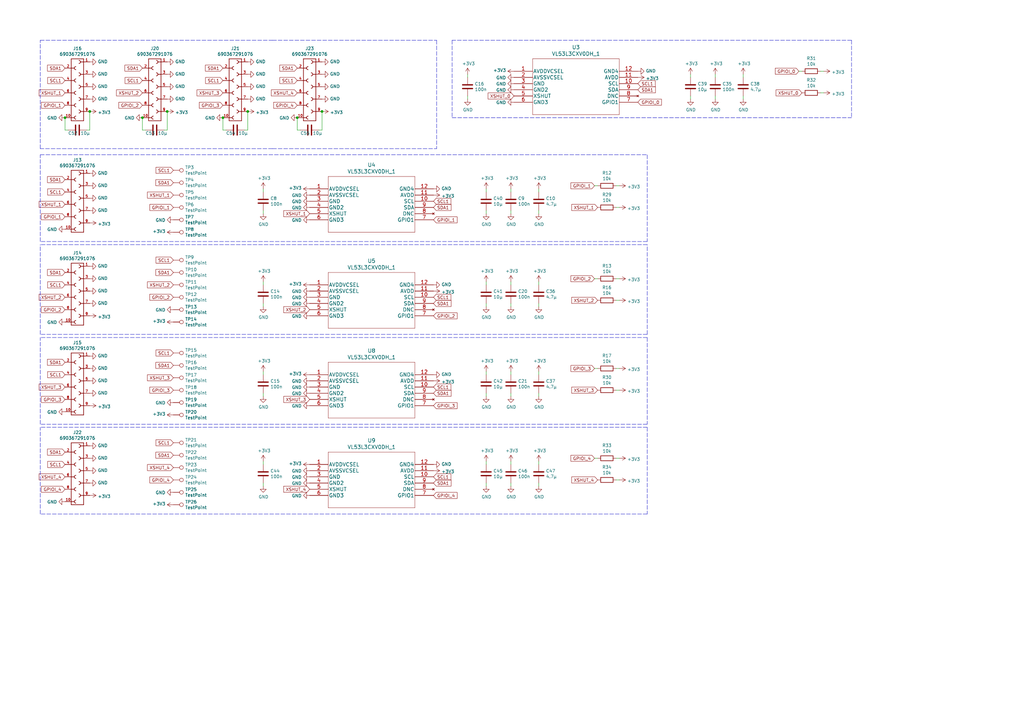
<source format=kicad_sch>
(kicad_sch (version 20211123) (generator eeschema)
  (paper "A3")
  (title_block (title "Sensors") (date "2022-03-04") (rev "V0.1") (company "AP Hogeschool & ED&A"))
  (junction (at 68.58 45.72))
  (junction (at 91.44 48.26))
  (junction (at 121.92 48.26))
  (junction (at 132.08 45.72))
  (junction (at 101.6 45.72))
  (junction (at 36.83 45.72))
  (junction (at 26.67 48.26))
  (junction (at 58.42 48.26))
  (polyline (pts (xy 16.51 63.5) (xy 265.43 63.5)))
  (wire (pts (xy 199.39 162.56) (xy 199.39 161.29)))
  (polyline (pts (xy 16.51 210.82) (xy 16.51 175.26)))
  (wire (pts (xy 107.95 199.39) (xy 107.95 198.12)))
  (wire (pts (xy 26.67 53.34) (xy 26.67 48.26)))
  (wire (pts (xy 220.98 198.12) (xy 220.98 199.39)))
  (wire (pts (xy 199.39 125.73) (xy 199.39 124.46)))
  (polyline (pts (xy 265.43 99.06) (xy 16.51 99.06)))
  (wire (pts (xy 337.82 38.1) (xy 336.55 38.1)))
  (wire (pts (xy 254 85.09) (xy 252.73 85.09)))
  (wire (pts (xy 101.6 53.34) (xy 101.6 45.72)))
  (polyline (pts (xy 349.25 16.51) (xy 185.42 16.51)))
  (polyline (pts (xy 16.51 16.51) (xy 111.76 16.51)))
  (wire (pts (xy 100.33 53.34) (xy 101.6 53.34)))
  (polyline (pts (xy 111.76 60.96) (xy 16.51 60.96)))
  (polyline (pts (xy 349.25 16.51) (xy 349.25 48.26)))
  (wire (pts (xy 220.98 152.4) (xy 220.98 153.67)))
  (wire (pts (xy 252.73 151.13) (xy 254 151.13)))
  (wire (pts (xy 58.42 53.34) (xy 58.42 48.26)))
  (wire (pts (xy 199.39 78.74) (xy 199.39 77.47)))
  (wire (pts (xy 68.58 53.34) (xy 68.58 45.72)))
  (wire (pts (xy 283.21 31.75) (xy 283.21 30.48)))
  (polyline (pts (xy 265.43 137.16) (xy 265.43 100.33)))
  (wire (pts (xy 92.71 53.34) (xy 91.44 53.34)))
  (wire (pts (xy 254 123.19) (xy 252.73 123.19)))
  (wire (pts (xy 59.69 53.34) (xy 58.42 53.34)))
  (wire (pts (xy 243.84 114.3) (xy 245.11 114.3)))
  (wire (pts (xy 252.73 76.2) (xy 254 76.2)))
  (wire (pts (xy 27.94 53.34) (xy 26.67 53.34)))
  (polyline (pts (xy 16.51 173.99) (xy 16.51 138.43)))
  (wire (pts (xy 254 196.85) (xy 252.73 196.85)))
  (wire (pts (xy 304.8 39.37) (xy 304.8 40.64)))
  (polyline (pts (xy 265.43 63.5) (xy 265.43 99.06)))
  (wire (pts (xy 293.37 40.64) (xy 293.37 39.37)))
  (polyline (pts (xy 265.43 173.99) (xy 16.51 173.99)))
  (wire (pts (xy 220.98 115.57) (xy 220.98 116.84)))
  (wire (pts (xy 107.95 190.5) (xy 107.95 189.23)))
  (wire (pts (xy 130.81 53.34) (xy 132.08 53.34)))
  (wire (pts (xy 220.98 189.23) (xy 220.98 190.5)))
  (wire (pts (xy 327.66 29.21) (xy 328.93 29.21)))
  (polyline (pts (xy 16.51 137.16) (xy 16.51 100.33)))
  (wire (pts (xy 199.39 116.84) (xy 199.39 115.57)))
  (wire (pts (xy 220.98 161.29) (xy 220.98 162.56)))
  (polyline (pts (xy 265.43 137.16) (xy 16.51 137.16)))
  (wire (pts (xy 107.95 162.56) (xy 107.95 161.29)))
  (wire (pts (xy 252.73 114.3) (xy 254 114.3)))
  (wire (pts (xy 107.95 125.73) (xy 107.95 124.46)))
  (wire (pts (xy 283.21 40.64) (xy 283.21 39.37)))
  (wire (pts (xy 35.56 53.34) (xy 36.83 53.34)))
  (wire (pts (xy 209.55 153.67) (xy 209.55 152.4)))
  (wire (pts (xy 220.98 124.46) (xy 220.98 125.73)))
  (wire (pts (xy 123.19 53.34) (xy 121.92 53.34)))
  (wire (pts (xy 243.84 76.2) (xy 245.11 76.2)))
  (wire (pts (xy 199.39 153.67) (xy 199.39 152.4)))
  (wire (pts (xy 209.55 87.63) (xy 209.55 86.36)))
  (polyline (pts (xy 111.76 16.51) (xy 179.07 16.51)))
  (wire (pts (xy 67.31 53.34) (xy 68.58 53.34)))
  (wire (pts (xy 191.77 40.64) (xy 191.77 39.37)))
  (wire (pts (xy 336.55 29.21) (xy 337.82 29.21)))
  (wire (pts (xy 209.55 162.56) (xy 209.55 161.29)))
  (wire (pts (xy 209.55 116.84) (xy 209.55 115.57)))
  (polyline (pts (xy 179.07 16.51) (xy 179.07 60.96)))
  (polyline (pts (xy 265.43 100.33) (xy 16.51 100.33)))
  (polyline (pts (xy 265.43 138.43) (xy 16.51 138.43)))
  (wire (pts (xy 220.98 86.36) (xy 220.98 87.63)))
  (polyline (pts (xy 16.51 99.06) (xy 16.51 63.5)))
  (wire (pts (xy 121.92 53.34) (xy 121.92 48.26)))
  (wire (pts (xy 243.84 151.13) (xy 245.11 151.13)))
  (wire (pts (xy 132.08 53.34) (xy 132.08 45.72)))
  (polyline (pts (xy 265.43 138.43) (xy 265.43 173.99)))
  (wire (pts (xy 209.55 190.5) (xy 209.55 189.23)))
  (wire (pts (xy 199.39 190.5) (xy 199.39 189.23)))
  (wire (pts (xy 107.95 87.63) (xy 107.95 86.36)))
  (wire (pts (xy 252.73 187.96) (xy 254 187.96)))
  (wire (pts (xy 36.83 53.34) (xy 36.83 45.72)))
  (wire (pts (xy 220.98 77.47) (xy 220.98 78.74)))
  (wire (pts (xy 107.95 116.84) (xy 107.95 115.57)))
  (wire (pts (xy 293.37 31.75) (xy 293.37 30.48)))
  (polyline (pts (xy 16.51 60.96) (xy 16.51 16.51)))
  (wire (pts (xy 209.55 199.39) (xy 209.55 198.12)))
  (wire (pts (xy 91.44 53.34) (xy 91.44 48.26)))
  (polyline (pts (xy 111.76 60.96) (xy 179.07 60.96)))
  (wire (pts (xy 243.84 187.96) (xy 245.11 187.96)))
  (polyline (pts (xy 185.42 48.26) (xy 349.25 48.26)))
  (wire (pts (xy 107.95 78.74) (xy 107.95 77.47)))
  (polyline (pts (xy 265.43 175.26) (xy 16.51 175.26)))
  (polyline (pts (xy 265.43 175.26) (xy 265.43 210.82)))
  (polyline (pts (xy 185.42 16.51) (xy 185.42 48.26)))
  (polyline (pts (xy 265.43 210.82) (xy 16.51 210.82)))
  (wire (pts (xy 107.95 153.67) (xy 107.95 152.4)))
  (wire (pts (xy 304.8 30.48) (xy 304.8 31.75)))
  (wire (pts (xy 199.39 199.39) (xy 199.39 198.12)))
  (wire (pts (xy 199.39 87.63) (xy 199.39 86.36)))
  (wire (pts (xy 254 160.02) (xy 252.73 160.02)))
  (wire (pts (xy 209.55 78.74) (xy 209.55 77.47)))
  (wire (pts (xy 191.77 31.75) (xy 191.77 30.48)))
  (wire (pts (xy 209.55 125.73) (xy 209.55 124.46)))
  (global_label "SCL1" (shape input) (at 177.8 158.75 0) (property "Intersheet References" "${INTERSHEET_REFS}" (effects hide)))
  (global_label "XSHUT_2" (shape input) (at 58.42 38.1 180) (property "Intersheet References" "${INTERSHEET_REFS}" (effects hide)))
  (global_label "GPIOI_2" (shape input) (at 177.8 129.54 0) (property "Intersheet References" "${INTERSHEET_REFS}" (effects hide)))
  (global_label "XSHUT_3" (shape input) (at 127 163.83 180) (property "Intersheet References" "${INTERSHEET_REFS}" (effects hide)))
  (global_label "SDA1" (shape input) (at 26.67 148.59 180) (property "Intersheet References" "${INTERSHEET_REFS}" (effects hide)))
  (global_label "SDA1" (shape input) (at 71.12 111.76 180) (property "Intersheet References" "${INTERSHEET_REFS}" (effects hide)))
  (global_label "SCL1" (shape input) (at 177.8 82.55 0) (property "Intersheet References" "${INTERSHEET_REFS}" (effects hide)))
  (global_label "SDA1" (shape input) (at 26.67 185.42 180) (property "Intersheet References" "${INTERSHEET_REFS}" (effects hide)))
  (global_label "XSHUT_1" (shape input) (at 26.67 38.1 180) (property "Intersheet References" "${INTERSHEET_REFS}" (effects hide)))
  (global_label "SDA1" (shape input) (at 26.67 73.66 180) (property "Intersheet References" "${INTERSHEET_REFS}" (effects hide)))
  (global_label "XSHUT_4" (shape input) (at 127 200.66 180) (property "Intersheet References" "${INTERSHEET_REFS}" (effects hide)))
  (global_label "SCL1" (shape input) (at 26.67 33.02 180) (property "Intersheet References" "${INTERSHEET_REFS}" (effects hide)))
  (global_label "SCL1" (shape input) (at 58.42 33.02 180) (property "Intersheet References" "${INTERSHEET_REFS}" (effects hide)))
  (global_label "SCL1" (shape input) (at 71.12 181.61 180) (property "Intersheet References" "${INTERSHEET_REFS}" (effects hide)))
  (global_label "GPIOI_2" (shape input) (at 243.84 114.3 180) (property "Intersheet References" "${INTERSHEET_REFS}" (effects hide)))
  (global_label "SDA1" (shape input) (at 91.44 27.94 180) (property "Intersheet References" "${INTERSHEET_REFS}" (effects hide)))
  (global_label "GPIOI_4" (shape input) (at 71.12 196.85 180) (property "Intersheet References" "${INTERSHEET_REFS}" (effects hide)))
  (global_label "SCL1" (shape input) (at 261.62 34.29 0) (property "Intersheet References" "${INTERSHEET_REFS}" (effects hide)))
  (global_label "XSHUT_4" (shape input) (at 121.92 38.1 180) (property "Intersheet References" "${INTERSHEET_REFS}" (effects hide)))
  (global_label "SCL1" (shape input) (at 177.8 121.92 0) (property "Intersheet References" "${INTERSHEET_REFS}" (effects hide)))
  (global_label "GPIOI_4" (shape input) (at 177.8 203.2 0) (property "Intersheet References" "${INTERSHEET_REFS}" (effects hide)))
  (global_label "XSHUT_2" (shape input) (at 245.11 123.19 180) (property "Intersheet References" "${INTERSHEET_REFS}" (effects hide)))
  (global_label "SCL1" (shape input) (at 71.12 69.85 180) (property "Intersheet References" "${INTERSHEET_REFS}" (effects hide)))
  (global_label "SCL1" (shape input) (at 121.92 33.02 180) (property "Intersheet References" "${INTERSHEET_REFS}" (effects hide)))
  (global_label "GPIOI_3" (shape input) (at 71.12 160.02 180) (property "Intersheet References" "${INTERSHEET_REFS}" (effects hide)))
  (global_label "SDA1" (shape input) (at 177.8 198.12 0) (property "Intersheet References" "${INTERSHEET_REFS}" (effects hide)))
  (global_label "SCL1" (shape input) (at 71.12 144.78 180) (property "Intersheet References" "${INTERSHEET_REFS}" (effects hide)))
  (global_label "XSHUT_2" (shape input) (at 71.12 116.84 180) (property "Intersheet References" "${INTERSHEET_REFS}" (effects hide)))
  (global_label "XSHUT_3" (shape input) (at 245.11 160.02 180) (property "Intersheet References" "${INTERSHEET_REFS}" (effects hide)))
  (global_label "XSHUT_2" (shape input) (at 127 127 180) (property "Intersheet References" "${INTERSHEET_REFS}" (effects hide)))
  (global_label "GPIOI_3" (shape input) (at 177.8 166.37 0) (property "Intersheet References" "${INTERSHEET_REFS}" (effects hide)))
  (global_label "XSHUT_1" (shape input) (at 26.67 83.82 180) (property "Intersheet References" "${INTERSHEET_REFS}" (effects hide)))
  (global_label "GPIOI_4" (shape input) (at 26.67 200.66 180) (property "Intersheet References" "${INTERSHEET_REFS}" (effects hide)))
  (global_label "GPIOI_3" (shape input) (at 26.67 163.83 180) (property "Intersheet References" "${INTERSHEET_REFS}" (effects hide)))
  (global_label "XSHUT_4" (shape input) (at 26.67 195.58 180) (property "Intersheet References" "${INTERSHEET_REFS}" (effects hide)))
  (global_label "SDA1" (shape input) (at 71.12 74.93 180) (property "Intersheet References" "${INTERSHEET_REFS}" (effects hide)))
  (global_label "GPIOI_0" (shape input) (at 327.66 29.21 180) (property "Intersheet References" "${INTERSHEET_REFS}" (effects hide)))
  (global_label "GPIOI_1" (shape input) (at 26.67 43.18 180) (property "Intersheet References" "${INTERSHEET_REFS}" (effects hide)))
  (global_label "SDA1" (shape input) (at 71.12 186.69 180) (property "Intersheet References" "${INTERSHEET_REFS}" (effects hide)))
  (global_label "GPIOI_0" (shape input) (at 261.62 41.91 0) (property "Intersheet References" "${INTERSHEET_REFS}" (effects hide)))
  (global_label "SDA1" (shape input) (at 121.92 27.94 180) (property "Intersheet References" "${INTERSHEET_REFS}" (effects hide)))
  (global_label "SDA1" (shape input) (at 71.12 149.86 180) (property "Intersheet References" "${INTERSHEET_REFS}" (effects hide)))
  (global_label "XSHUT_4" (shape input) (at 71.12 191.77 180) (property "Intersheet References" "${INTERSHEET_REFS}" (effects hide)))
  (global_label "GPIOI_2" (shape input) (at 58.42 43.18 180) (property "Intersheet References" "${INTERSHEET_REFS}" (effects hide)))
  (global_label "XSHUT_2" (shape input) (at 26.67 121.92 180) (property "Intersheet References" "${INTERSHEET_REFS}" (effects hide)))
  (global_label "GPIOI_4" (shape input) (at 121.92 43.18 180) (property "Intersheet References" "${INTERSHEET_REFS}" (effects hide)))
  (global_label "XSHUT_3" (shape input) (at 91.44 38.1 180) (property "Intersheet References" "${INTERSHEET_REFS}" (effects hide)))
  (global_label "GPIOI_4" (shape input) (at 243.84 187.96 180) (property "Intersheet References" "${INTERSHEET_REFS}" (effects hide)))
  (global_label "XSHUT_3" (shape input) (at 26.67 158.75 180) (property "Intersheet References" "${INTERSHEET_REFS}" (effects hide)))
  (global_label "GPIOI_1" (shape input) (at 177.8 90.17 0) (property "Intersheet References" "${INTERSHEET_REFS}" (effects hide)))
  (global_label "SDA1" (shape input) (at 58.42 27.94 180) (property "Intersheet References" "${INTERSHEET_REFS}" (effects hide)))
  (global_label "XSHUT_4" (shape input) (at 245.11 196.85 180) (property "Intersheet References" "${INTERSHEET_REFS}" (effects hide)))
  (global_label "GPIOI_1" (shape input) (at 71.12 85.09 180) (property "Intersheet References" "${INTERSHEET_REFS}" (effects hide)))
  (global_label "GPIOI_2" (shape input) (at 71.12 121.92 180) (property "Intersheet References" "${INTERSHEET_REFS}" (effects hide)))
  (global_label "GPIOI_3" (shape input) (at 243.84 151.13 180) (property "Intersheet References" "${INTERSHEET_REFS}" (effects hide)))
  (global_label "GPIOI_2" (shape input) (at 26.67 127 180) (property "Intersheet References" "${INTERSHEET_REFS}" (effects hide)))
  (global_label "SDA1" (shape input) (at 177.8 85.09 0) (property "Intersheet References" "${INTERSHEET_REFS}" (effects hide)))
  (global_label "SCL1" (shape input) (at 177.8 195.58 0) (property "Intersheet References" "${INTERSHEET_REFS}" (effects hide)))
  (global_label "GPIOI_1" (shape input) (at 243.84 76.2 180) (property "Intersheet References" "${INTERSHEET_REFS}" (effects hide)))
  (global_label "SCL1" (shape input) (at 26.67 190.5 180) (property "Intersheet References" "${INTERSHEET_REFS}" (effects hide)))
  (global_label "SDA1" (shape input) (at 26.67 111.76 180) (property "Intersheet References" "${INTERSHEET_REFS}" (effects hide)))
  (global_label "GPIOI_1" (shape input) (at 26.67 88.9 180) (property "Intersheet References" "${INTERSHEET_REFS}" (effects hide)))
  (global_label "XSHUT_3" (shape input) (at 71.12 154.94 180) (property "Intersheet References" "${INTERSHEET_REFS}" (effects hide)))
  (global_label "SCL1" (shape input) (at 71.12 106.68 180) (property "Intersheet References" "${INTERSHEET_REFS}" (effects hide)))
  (global_label "SDA1" (shape input) (at 261.62 36.83 0) (property "Intersheet References" "${INTERSHEET_REFS}" (effects hide)))
  (global_label "SDA1" (shape input) (at 177.8 161.29 0) (property "Intersheet References" "${INTERSHEET_REFS}" (effects hide)))
  (global_label "SCL1" (shape input) (at 26.67 153.67 180) (property "Intersheet References" "${INTERSHEET_REFS}" (effects hide)))
  (global_label "XSHUT_0" (shape input) (at 328.93 38.1 180) (property "Intersheet References" "${INTERSHEET_REFS}" (effects hide)))
  (global_label "XSHUT_0" (shape input) (at 210.82 39.37 180) (property "Intersheet References" "${INTERSHEET_REFS}" (effects hide)))
  (global_label "GPIOI_3" (shape input) (at 91.44 43.18 180) (property "Intersheet References" "${INTERSHEET_REFS}" (effects hide)))
  (global_label "XSHUT_1" (shape input) (at 71.12 80.01 180) (property "Intersheet References" "${INTERSHEET_REFS}" (effects hide)))
  (global_label "SDA1" (shape input) (at 26.67 27.94 180) (property "Intersheet References" "${INTERSHEET_REFS}" (effects hide)))
  (global_label "SCL1" (shape input) (at 26.67 78.74 180) (property "Intersheet References" "${INTERSHEET_REFS}" (effects hide)))
  (global_label "XSHUT_1" (shape input) (at 245.11 85.09 180) (property "Intersheet References" "${INTERSHEET_REFS}" (effects hide)))
  (global_label "XSHUT_1" (shape input) (at 127 87.63 180) (property "Intersheet References" "${INTERSHEET_REFS}" (effects hide)))
  (global_label "SCL1" (shape input) (at 91.44 33.02 180) (property "Intersheet References" "${INTERSHEET_REFS}" (effects hide)))
  (global_label "SDA1" (shape input) (at 177.8 124.46 0) (property "Intersheet References" "${INTERSHEET_REFS}" (effects hide)))
  (global_label "SCL1" (shape input) (at 26.67 116.84 180) (property "Intersheet References" "${INTERSHEET_REFS}" (effects hide)))
  (symbol (lib_id "power:GND") (at 36.83 71.12 90) (unit 1)
    (property "Reference" "#PWR0147" (effects hide))
    (property "Value" "GND" (at 40.0812 70.993 90) (effects (justify right)))
  )
  (symbol (lib_id "power:GND") (at 36.83 76.2 90) (unit 1)
    (property "Reference" "#PWR0148" (effects hide))
    (property "Value" "GND" (at 40.0812 76.073 90) (effects (justify right)))
  )
  (symbol (lib_id "power:GND") (at 36.83 81.28 90) (unit 1)
    (property "Reference" "#PWR0149" (effects hide))
    (property "Value" "GND" (at 40.0812 81.153 90) (effects (justify right)))
  )
  (symbol (lib_id "power:GND") (at 26.67 93.98 270) (unit 1)
    (property "Reference" "#PWR0150" (effects hide))
    (property "Value" "GND" (at 23.4188 94.107 90) (effects (justify right)))
  )
  (symbol (lib_id "power:GND") (at 36.83 86.36 90) (unit 1)
    (property "Reference" "#PWR0151" (effects hide))
    (property "Value" "GND" (at 40.0812 86.233 90) (effects (justify right)))
  )
  (symbol (lib_id "power:+3.3V") (at 36.83 91.44 270) (unit 1)
    (property "Reference" "#PWR0153" (effects hide))
    (property "Value" "+3.3V" (at 40.0812 91.821 90) (effects (justify left)))
  )
  (symbol (lib_id "power:+3.3V") (at 254 85.09 270) (unit 1)
    (property "Reference" "#PWR0154" (effects hide))
    (property "Value" "+3.3V" (at 257.2512 85.471 90) (effects (justify left)))
  )
  (symbol (lib_id "power:+3.3V") (at 177.8 80.01 270) (unit 1)
    (property "Reference" "#PWR0155" (effects hide))
    (property "Value" "+3.3V" (at 181.0512 80.391 90) (effects (justify left)))
  )
  (symbol (lib_id "power:+3.3V") (at 127 77.47 90) (unit 1)
    (property "Reference" "#PWR0156" (effects hide))
    (property "Value" "+3.3V" (at 123.7488 77.089 90) (effects (justify left)))
  )
  (symbol (lib_id "power:+3.3V") (at 107.95 77.47 0) (unit 1)
    (property "Reference" "#PWR0157" (effects hide))
    (property "Value" "+3.3V" (at 108.331 73.0758 0))
  )
  (symbol (lib_id "power:+3.3V") (at 209.55 77.47 0) (unit 1)
    (property "Reference" "#PWR0158" (effects hide))
    (property "Value" "+3.3V" (at 209.931 73.0758 0))
  )
  (symbol (lib_id "power:+3.3V") (at 220.98 77.47 0) (unit 1)
    (property "Reference" "#PWR0159" (effects hide))
    (property "Value" "+3.3V" (at 221.361 73.0758 0))
  )
  (symbol (lib_id "power:GND") (at 127 82.55 270) (unit 1)
    (property "Reference" "#PWR025" (effects hide))
    (property "Value" "GND" (at 123.7488 82.677 90) (effects (justify right)))
  )
  (symbol (lib_id "power:GND") (at 127 85.09 270) (unit 1)
    (property "Reference" "#PWR026" (effects hide))
    (property "Value" "GND" (at 123.7488 85.217 90) (effects (justify right)))
  )
  (symbol (lib_id "power:GND") (at 127 90.17 270) (unit 1)
    (property "Reference" "#PWR027" (effects hide))
    (property "Value" "GND" (at 123.7488 90.297 90) (effects (justify right)))
  )
  (symbol (lib_id "power:GND") (at 127 80.01 270) (unit 1)
    (property "Reference" "#PWR024" (effects hide))
    (property "Value" "GND" (at 123.7488 80.137 90) (effects (justify right)))
  )
  (symbol (lib_id "Device:C") (at 209.55 82.55 0) (unit 1)
    (property "Reference" "C9" (at 212.471 81.3816 0) (effects (justify left)))
    (property "Value" "100n" (at 212.471 83.693 0) (effects (justify left)))
    (property "Footprint" "Capacitor_SMD:C_0603_1608Metric_Pad1.08x0.95mm_HandSolder" (effects hide))
  )
  (symbol (lib_id "Device:C") (at 220.98 82.55 0) (unit 1)
    (property "Reference" "C10" (at 223.901 81.3816 0) (effects (justify left)))
    (property "Value" "4.7µ" (at 223.901 83.693 0) (effects (justify left)))
    (property "Footprint" "Capacitor_SMD:C_0805_2012Metric_Pad1.18x1.45mm_HandSolder" (effects hide))
  )
  (symbol (lib_id "power:GND") (at 209.55 87.63 0) (unit 1)
    (property "Reference" "#PWR031" (effects hide))
    (property "Value" "GND" (at 209.677 92.0242 0))
  )
  (symbol (lib_id "power:GND") (at 220.98 87.63 0) (unit 1)
    (property "Reference" "#PWR033" (effects hide))
    (property "Value" "GND" (at 221.107 92.0242 0))
  )
  (symbol (lib_id "Device:R") (at 248.92 76.2 270) (unit 1)
    (property "Reference" "R12" (at 248.92 70.9422 90))
    (property "Value" "10k" (at 248.92 73.2536 90))
    (property "Footprint" "Resistor_SMD:R_0805_2012Metric_Pad1.20x1.40mm_HandSolder" (effects hide))
  )
  (symbol (lib_id "power:+3.3V") (at 254 76.2 270) (unit 1)
    (property "Reference" "#PWR034" (effects hide))
    (property "Value" "+3.3V" (at 257.2512 76.581 90) (effects (justify left)))
  )
  (symbol (lib_id "Device:C") (at 107.95 82.55 0) (unit 1)
    (property "Reference" "C8" (at 110.871 81.3816 0) (effects (justify left)))
    (property "Value" "100n" (at 110.871 83.693 0) (effects (justify left)))
    (property "Footprint" "Capacitor_SMD:C_0603_1608Metric_Pad1.08x0.95mm_HandSolder" (effects hide))
  )
  (symbol (lib_id "power:GND") (at 107.95 87.63 0) (unit 1)
    (property "Reference" "#PWR022" (effects hide))
    (property "Value" "GND" (at 108.077 92.0242 0))
  )
  (symbol (lib_id "power:GND") (at 127 121.92 270) (unit 1)
    (property "Reference" "#PWR0160" (effects hide))
    (property "Value" "GND" (at 123.7488 122.047 90) (effects (justify right)))
  )
  (symbol (lib_id "power:GND") (at 127 124.46 270) (unit 1)
    (property "Reference" "#PWR0161" (effects hide))
    (property "Value" "GND" (at 123.7488 124.587 90) (effects (justify right)))
  )
  (symbol (lib_id "power:GND") (at 127 129.54 270) (unit 1)
    (property "Reference" "#PWR0162" (effects hide))
    (property "Value" "GND" (at 123.7488 129.667 90) (effects (justify right)))
  )
  (symbol (lib_id "power:GND") (at 127 119.38 270) (unit 1)
    (property "Reference" "#PWR0163" (effects hide))
    (property "Value" "GND" (at 123.7488 119.507 90) (effects (justify right)))
  )
  (symbol (lib_id "Device:C") (at 209.55 120.65 0) (unit 1)
    (property "Reference" "C20" (at 212.471 119.4816 0) (effects (justify left)))
    (property "Value" "100n" (at 212.471 121.793 0) (effects (justify left)))
    (property "Footprint" "Capacitor_SMD:C_0603_1608Metric_Pad1.08x0.95mm_HandSolder" (effects hide))
  )
  (symbol (lib_id "Device:C") (at 220.98 120.65 0) (unit 1)
    (property "Reference" "C36" (at 223.901 119.4816 0) (effects (justify left)))
    (property "Value" "4.7µ" (at 223.901 121.793 0) (effects (justify left)))
    (property "Footprint" "Capacitor_SMD:C_0805_2012Metric_Pad1.18x1.45mm_HandSolder" (effects hide))
  )
  (symbol (lib_id "power:GND") (at 209.55 125.73 0) (unit 1)
    (property "Reference" "#PWR0164" (effects hide))
    (property "Value" "GND" (at 209.677 130.1242 0))
  )
  (symbol (lib_id "power:GND") (at 220.98 125.73 0) (unit 1)
    (property "Reference" "#PWR0165" (effects hide))
    (property "Value" "GND" (at 221.107 130.1242 0))
  )
  (symbol (lib_id "Device:R") (at 248.92 114.3 270) (unit 1)
    (property "Reference" "R13" (at 248.92 109.0422 90))
    (property "Value" "10k" (at 248.92 111.3536 90))
    (property "Footprint" "Resistor_SMD:R_0805_2012Metric_Pad1.20x1.40mm_HandSolder" (effects hide))
  )
  (symbol (lib_id "power:+3.3V") (at 254 114.3 270) (unit 1)
    (property "Reference" "#PWR0166" (effects hide))
    (property "Value" "+3.3V" (at 257.2512 114.681 90) (effects (justify left)))
  )
  (symbol (lib_id "Device:C") (at 107.95 120.65 0) (unit 1)
    (property "Reference" "C14" (at 110.871 119.4816 0) (effects (justify left)))
    (property "Value" "100n" (at 110.871 121.793 0) (effects (justify left)))
    (property "Footprint" "Capacitor_SMD:C_0603_1608Metric_Pad1.08x0.95mm_HandSolder" (effects hide))
  )
  (symbol (lib_id "power:GND") (at 107.95 125.73 0) (unit 1)
    (property "Reference" "#PWR0167" (effects hide))
    (property "Value" "GND" (at 108.077 130.1242 0))
  )
  (symbol (lib_id "Device:R") (at 248.92 123.19 270) (unit 1)
    (property "Reference" "R16" (at 248.92 117.9322 90))
    (property "Value" "10k" (at 248.92 120.2436 90))
    (property "Footprint" "Resistor_SMD:R_0805_2012Metric_Pad1.20x1.40mm_HandSolder" (effects hide))
  )
  (symbol (lib_id "power:GND") (at 177.8 116.84 90) (unit 1)
    (property "Reference" "#PWR0168" (effects hide))
    (property "Value" "GND" (at 181.0512 116.713 90) (effects (justify right)))
  )
  (symbol (lib_id "power:GND") (at 36.83 109.22 90) (unit 1)
    (property "Reference" "#PWR0169" (effects hide))
    (property "Value" "GND" (at 40.0812 109.093 90) (effects (justify right)))
  )
  (symbol (lib_id "power:GND") (at 36.83 114.3 90) (unit 1)
    (property "Reference" "#PWR0170" (effects hide))
    (property "Value" "GND" (at 40.0812 114.173 90) (effects (justify right)))
  )
  (symbol (lib_id "power:GND") (at 36.83 119.38 90) (unit 1)
    (property "Reference" "#PWR0171" (effects hide))
    (property "Value" "GND" (at 40.0812 119.253 90) (effects (justify right)))
  )
  (symbol (lib_id "power:GND") (at 26.67 132.08 270) (unit 1)
    (property "Reference" "#PWR0172" (effects hide))
    (property "Value" "GND" (at 23.4188 132.207 90) (effects (justify right)))
  )
  (symbol (lib_id "power:GND") (at 36.83 124.46 90) (unit 1)
    (property "Reference" "#PWR0173" (effects hide))
    (property "Value" "GND" (at 40.0812 124.333 90) (effects (justify right)))
  )
  (symbol (lib_id "power:+3.3V") (at 36.83 129.54 270) (unit 1)
    (property "Reference" "#PWR0174" (effects hide))
    (property "Value" "+3.3V" (at 40.0812 129.921 90) (effects (justify left)))
  )
  (symbol (lib_id "power:+3.3V") (at 254 123.19 270) (unit 1)
    (property "Reference" "#PWR0175" (effects hide))
    (property "Value" "+3.3V" (at 257.2512 123.571 90) (effects (justify left)))
  )
  (symbol (lib_id "power:+3.3V") (at 177.8 119.38 270) (unit 1)
    (property "Reference" "#PWR0176" (effects hide))
    (property "Value" "+3.3V" (at 181.0512 119.761 90) (effects (justify left)))
  )
  (symbol (lib_id "power:+3.3V") (at 127 116.84 90) (unit 1)
    (property "Reference" "#PWR0177" (effects hide))
    (property "Value" "+3.3V" (at 123.7488 116.459 90) (effects (justify left)))
  )
  (symbol (lib_id "power:+3.3V") (at 107.95 115.57 0) (unit 1)
    (property "Reference" "#PWR0178" (effects hide))
    (property "Value" "+3.3V" (at 108.331 111.1758 0))
  )
  (symbol (lib_id "power:+3.3V") (at 209.55 115.57 0) (unit 1)
    (property "Reference" "#PWR0179" (effects hide))
    (property "Value" "+3.3V" (at 209.931 111.1758 0))
  )
  (symbol (lib_id "power:+3.3V") (at 220.98 115.57 0) (unit 1)
    (property "Reference" "#PWR0180" (effects hide))
    (property "Value" "+3.3V" (at 221.361 111.1758 0))
  )
  (symbol (lib_id "power:GND") (at 127 158.75 270) (unit 1)
    (property "Reference" "#PWR0181" (effects hide))
    (property "Value" "GND" (at 123.7488 158.877 90) (effects (justify right)))
  )
  (symbol (lib_id "power:GND") (at 127 161.29 270) (unit 1)
    (property "Reference" "#PWR0182" (effects hide))
    (property "Value" "GND" (at 123.7488 161.417 90) (effects (justify right)))
  )
  (symbol (lib_id "power:GND") (at 127 166.37 270) (unit 1)
    (property "Reference" "#PWR0183" (effects hide))
    (property "Value" "GND" (at 123.7488 166.497 90) (effects (justify right)))
  )
  (symbol (lib_id "power:GND") (at 127 156.21 270) (unit 1)
    (property "Reference" "#PWR0184" (effects hide))
    (property "Value" "GND" (at 123.7488 156.337 90) (effects (justify right)))
  )
  (symbol (lib_id "Device:C") (at 209.55 157.48 0) (unit 1)
    (property "Reference" "C21" (at 212.471 156.3116 0) (effects (justify left)))
    (property "Value" "100n" (at 212.471 158.623 0) (effects (justify left)))
    (property "Footprint" "Capacitor_SMD:C_0603_1608Metric_Pad1.08x0.95mm_HandSolder" (effects hide))
  )
  (symbol (lib_id "Device:C") (at 220.98 157.48 0) (unit 1)
    (property "Reference" "C37" (at 223.901 156.3116 0) (effects (justify left)))
    (property "Value" "4.7µ" (at 223.901 158.623 0) (effects (justify left)))
    (property "Footprint" "Capacitor_SMD:C_0805_2012Metric_Pad1.18x1.45mm_HandSolder" (effects hide))
  )
  (symbol (lib_id "power:GND") (at 209.55 162.56 0) (unit 1)
    (property "Reference" "#PWR0185" (effects hide))
    (property "Value" "GND" (at 209.677 166.9542 0))
  )
  (symbol (lib_id "power:GND") (at 220.98 162.56 0) (unit 1)
    (property "Reference" "#PWR0186" (effects hide))
    (property "Value" "GND" (at 221.107 166.9542 0))
  )
  (symbol (lib_id "Device:R") (at 248.92 151.13 270) (unit 1)
    (property "Reference" "R17" (at 248.92 145.8722 90))
    (property "Value" "10k" (at 248.92 148.1836 90))
    (property "Footprint" "Resistor_SMD:R_0805_2012Metric_Pad1.20x1.40mm_HandSolder" (effects hide))
  )
  (symbol (lib_id "power:+3.3V") (at 254 151.13 270) (unit 1)
    (property "Reference" "#PWR0187" (effects hide))
    (property "Value" "+3.3V" (at 257.2512 151.511 90) (effects (justify left)))
  )
  (symbol (lib_id "Device:C") (at 107.95 157.48 0) (unit 1)
    (property "Reference" "C15" (at 110.871 156.3116 0) (effects (justify left)))
    (property "Value" "100n" (at 110.871 158.623 0) (effects (justify left)))
    (property "Footprint" "Capacitor_SMD:C_0603_1608Metric_Pad1.08x0.95mm_HandSolder" (effects hide))
  )
  (symbol (lib_id "power:GND") (at 107.95 162.56 0) (unit 1)
    (property "Reference" "#PWR0188" (effects hide))
    (property "Value" "GND" (at 108.077 166.9542 0))
  )
  (symbol (lib_id "Device:R") (at 248.92 160.02 270) (unit 1)
    (property "Reference" "R30" (at 248.92 154.7622 90))
    (property "Value" "10k" (at 248.92 157.0736 90))
    (property "Footprint" "Resistor_SMD:R_0805_2012Metric_Pad1.20x1.40mm_HandSolder" (effects hide))
  )
  (symbol (lib_id "power:GND") (at 177.8 153.67 90) (unit 1)
    (property "Reference" "#PWR0189" (effects hide))
    (property "Value" "GND" (at 181.0512 153.543 90) (effects (justify right)))
  )
  (symbol (lib_id "power:GND") (at 36.83 146.05 90) (unit 1)
    (property "Reference" "#PWR0190" (effects hide))
    (property "Value" "GND" (at 40.0812 145.923 90) (effects (justify right)))
  )
  (symbol (lib_id "power:GND") (at 36.83 151.13 90) (unit 1)
    (property "Reference" "#PWR0191" (effects hide))
    (property "Value" "GND" (at 40.0812 151.003 90) (effects (justify right)))
  )
  (symbol (lib_id "power:GND") (at 36.83 156.21 90) (unit 1)
    (property "Reference" "#PWR0192" (effects hide))
    (property "Value" "GND" (at 40.0812 156.083 90) (effects (justify right)))
  )
  (symbol (lib_id "power:GND") (at 26.67 168.91 270) (unit 1)
    (property "Reference" "#PWR0193" (effects hide))
    (property "Value" "GND" (at 23.4188 169.037 90) (effects (justify right)))
  )
  (symbol (lib_id "power:GND") (at 36.83 161.29 90) (unit 1)
    (property "Reference" "#PWR0194" (effects hide))
    (property "Value" "GND" (at 40.0812 161.163 90) (effects (justify right)))
  )
  (symbol (lib_id "power:+3.3V") (at 36.83 166.37 270) (unit 1)
    (property "Reference" "#PWR0195" (effects hide))
    (property "Value" "+3.3V" (at 40.0812 166.751 90) (effects (justify left)))
  )
  (symbol (lib_id "power:+3.3V") (at 254 160.02 270) (unit 1)
    (property "Reference" "#PWR0200" (effects hide))
    (property "Value" "+3.3V" (at 257.2512 160.401 90) (effects (justify left)))
  )
  (symbol (lib_id "power:+3.3V") (at 177.8 156.21 270) (unit 1)
    (property "Reference" "#PWR0201" (effects hide))
    (property "Value" "+3.3V" (at 181.0512 156.591 90) (effects (justify left)))
  )
  (symbol (lib_id "power:+3.3V") (at 127 153.67 90) (unit 1)
    (property "Reference" "#PWR0202" (effects hide))
    (property "Value" "+3.3V" (at 123.7488 153.289 90) (effects (justify left)))
  )
  (symbol (lib_id "power:+3.3V") (at 107.95 152.4 0) (unit 1)
    (property "Reference" "#PWR0203" (effects hide))
    (property "Value" "+3.3V" (at 108.331 148.0058 0))
  )
  (symbol (lib_id "power:+3.3V") (at 209.55 152.4 0) (unit 1)
    (property "Reference" "#PWR0204" (effects hide))
    (property "Value" "+3.3V" (at 209.931 148.0058 0))
  )
  (symbol (lib_id "power:+3.3V") (at 220.98 152.4 0) (unit 1)
    (property "Reference" "#PWR0205" (effects hide))
    (property "Value" "+3.3V" (at 221.361 148.0058 0))
  )
  (symbol (lib_id "power:GND") (at 210.82 34.29 270) (unit 1)
    (property "Reference" "#PWR0206" (effects hide))
    (property "Value" "GND" (at 207.5688 34.417 90) (effects (justify right)))
  )
  (symbol (lib_id "power:GND") (at 210.82 36.83 270) (unit 1)
    (property "Reference" "#PWR0207" (effects hide))
    (property "Value" "GND" (at 207.5688 36.957 90) (effects (justify right)))
  )
  (symbol (lib_id "power:GND") (at 210.82 41.91 270) (unit 1)
    (property "Reference" "#PWR0208" (effects hide))
    (property "Value" "GND" (at 207.5688 42.037 90) (effects (justify right)))
  )
  (symbol (lib_id "power:GND") (at 210.82 31.75 270) (unit 1)
    (property "Reference" "#PWR0209" (effects hide))
    (property "Value" "GND" (at 207.5688 31.877 90) (effects (justify right)))
  )
  (symbol (lib_id "Device:C") (at 293.37 35.56 0) (unit 1)
    (property "Reference" "C35" (at 296.291 34.3916 0) (effects (justify left)))
    (property "Value" "100n" (at 296.291 36.703 0) (effects (justify left)))
    (property "Footprint" "Capacitor_SMD:C_0603_1608Metric_Pad1.08x0.95mm_HandSolder" (effects hide))
  )
  (symbol (lib_id "Device:C") (at 304.8 35.56 0) (unit 1)
    (property "Reference" "C38" (at 307.721 34.3916 0) (effects (justify left)))
    (property "Value" "4.7µ" (at 307.721 36.703 0) (effects (justify left)))
    (property "Footprint" "Capacitor_SMD:C_0805_2012Metric_Pad1.18x1.45mm_HandSolder" (effects hide))
  )
  (symbol (lib_id "power:GND") (at 293.37 40.64 0) (unit 1)
    (property "Reference" "#PWR0210" (effects hide))
    (property "Value" "GND" (at 293.497 45.0342 0))
  )
  (symbol (lib_id "power:GND") (at 304.8 40.64 0) (unit 1)
    (property "Reference" "#PWR0211" (effects hide))
    (property "Value" "GND" (at 304.927 45.0342 0))
  )
  (symbol (lib_id "Device:R") (at 332.74 29.21 270) (unit 1)
    (property "Reference" "R31" (at 332.74 23.9522 90))
    (property "Value" "10k" (at 332.74 26.2636 90))
    (property "Footprint" "Resistor_SMD:R_0805_2012Metric_Pad1.20x1.40mm_HandSolder" (effects hide))
  )
  (symbol (lib_id "power:+3.3V") (at 337.82 29.21 270) (unit 1)
    (property "Reference" "#PWR0212" (effects hide))
    (property "Value" "+3.3V" (at 341.0712 29.591 90) (effects (justify left)))
  )
  (symbol (lib_id "Device:C") (at 191.77 35.56 0) (unit 1)
    (property "Reference" "C16" (at 194.691 34.3916 0) (effects (justify left)))
    (property "Value" "100n" (at 194.691 36.703 0) (effects (justify left)))
    (property "Footprint" "Capacitor_SMD:C_0603_1608Metric_Pad1.08x0.95mm_HandSolder" (effects hide))
  )
  (symbol (lib_id "power:GND") (at 191.77 40.64 0) (unit 1)
    (property "Reference" "#PWR0213" (effects hide))
    (property "Value" "GND" (at 191.897 45.0342 0))
  )
  (symbol (lib_id "Device:R") (at 332.74 38.1 270) (unit 1)
    (property "Reference" "R32" (at 332.74 32.8422 90))
    (property "Value" "10k" (at 332.74 35.1536 90))
    (property "Footprint" "Resistor_SMD:R_0805_2012Metric_Pad1.20x1.40mm_HandSolder" (effects hide))
  )
  (symbol (lib_id "power:GND") (at 261.62 29.21 90) (unit 1)
    (property "Reference" "#PWR0214" (effects hide))
    (property "Value" "GND" (at 264.8712 29.083 90) (effects (justify right)))
  )
  (symbol (lib_id "power:+3.3V") (at 337.82 38.1 270) (unit 1)
    (property "Reference" "#PWR0215" (effects hide))
    (property "Value" "+3.3V" (at 341.0712 38.481 90) (effects (justify left)))
  )
  (symbol (lib_id "power:+3.3V") (at 261.62 31.75 270) (unit 1)
    (property "Reference" "#PWR0216" (effects hide))
    (property "Value" "+3.3V" (at 264.8712 32.131 90) (effects (justify left)))
  )
  (symbol (lib_id "power:+3.3V") (at 210.82 29.21 90) (unit 1)
    (property "Reference" "#PWR0217" (effects hide))
    (property "Value" "+3.3V" (at 207.5688 28.829 90) (effects (justify left)))
  )
  (symbol (lib_id "power:+3.3V") (at 191.77 30.48 0) (unit 1)
    (property "Reference" "#PWR0218" (effects hide))
    (property "Value" "+3.3V" (at 192.151 26.0858 0))
  )
  (symbol (lib_id "power:+3.3V") (at 293.37 30.48 0) (unit 1)
    (property "Reference" "#PWR0219" (effects hide))
    (property "Value" "+3.3V" (at 293.751 26.0858 0))
  )
  (symbol (lib_id "power:+3.3V") (at 304.8 30.48 0) (unit 1)
    (property "Reference" "#PWR0220" (effects hide))
    (property "Value" "+3.3V" (at 305.181 26.0858 0))
  )
  (symbol (lib_id "Device:R") (at 248.92 85.09 270) (unit 1)
    (property "Reference" "R29" (at 248.92 79.8322 90))
    (property "Value" "10k" (at 248.92 82.1436 90))
    (property "Footprint" "Resistor_SMD:R_0805_2012Metric_Pad1.20x1.40mm_HandSolder" (effects hide))
  )
  (symbol (lib_id "power:GND") (at 36.83 25.4 90) (unit 1)
    (property "Reference" "#PWR0221" (effects hide))
    (property "Value" "GND" (at 40.0812 25.273 90) (effects (justify right)))
  )
  (symbol (lib_id "power:GND") (at 36.83 30.48 90) (unit 1)
    (property "Reference" "#PWR0222" (effects hide))
    (property "Value" "GND" (at 40.0812 30.353 90) (effects (justify right)))
  )
  (symbol (lib_id "power:GND") (at 36.83 35.56 90) (unit 1)
    (property "Reference" "#PWR0223" (effects hide))
    (property "Value" "GND" (at 40.0812 35.433 90) (effects (justify right)))
  )
  (symbol (lib_id "power:GND") (at 26.67 48.26 270) (unit 1)
    (property "Reference" "#PWR0224" (effects hide))
    (property "Value" "GND" (at 23.4188 48.387 90) (effects (justify right)))
  )
  (symbol (lib_id "power:GND") (at 36.83 40.64 90) (unit 1)
    (property "Reference" "#PWR0225" (effects hide))
    (property "Value" "GND" (at 40.0812 40.513 90) (effects (justify right)))
  )
  (symbol (lib_id "power:+3.3V") (at 36.83 45.72 270) (unit 1)
    (property "Reference" "#PWR0226" (effects hide))
    (property "Value" "+3.3V" (at 40.0812 46.101 90) (effects (justify left)))
  )
  (symbol (lib_id "power:GND") (at 101.6 25.4 90) (unit 1)
    (property "Reference" "#PWR0227" (effects hide))
    (property "Value" "GND" (at 104.8512 25.273 90) (effects (justify right)))
  )
  (symbol (lib_id "power:GND") (at 101.6 30.48 90) (unit 1)
    (property "Reference" "#PWR0228" (effects hide))
    (property "Value" "GND" (at 104.8512 30.353 90) (effects (justify right)))
  )
  (symbol (lib_id "power:GND") (at 101.6 35.56 90) (unit 1)
    (property "Reference" "#PWR0229" (effects hide))
    (property "Value" "GND" (at 104.8512 35.433 90) (effects (justify right)))
  )
  (symbol (lib_id "power:GND") (at 91.44 48.26 270) (unit 1)
    (property "Reference" "#PWR0230" (effects hide))
    (property "Value" "GND" (at 88.1888 48.387 90) (effects (justify right)))
  )
  (symbol (lib_id "power:GND") (at 101.6 40.64 90) (unit 1)
    (property "Reference" "#PWR0231" (effects hide))
    (property "Value" "GND" (at 104.8512 40.513 90) (effects (justify right)))
  )
  (symbol (lib_id "power:+3.3V") (at 101.6 45.72 270) (unit 1)
    (property "Reference" "#PWR0232" (effects hide))
    (property "Value" "+3.3V" (at 104.8512 46.101 90) (effects (justify left)))
  )
  (symbol (lib_id "power:GND") (at 68.58 25.4 90) (unit 1)
    (property "Reference" "#PWR0233" (effects hide))
    (property "Value" "GND" (at 71.8312 25.273 90) (effects (justify right)))
  )
  (symbol (lib_id "power:GND") (at 68.58 30.48 90) (unit 1)
    (property "Reference" "#PWR0234" (effects hide))
    (property "Value" "GND" (at 71.8312 30.353 90) (effects (justify right)))
  )
  (symbol (lib_id "power:GND") (at 68.58 35.56 90) (unit 1)
    (property "Reference" "#PWR0235" (effects hide))
    (property "Value" "GND" (at 71.8312 35.433 90) (effects (justify right)))
  )
  (symbol (lib_id "power:GND") (at 58.42 48.26 270) (unit 1)
    (property "Reference" "#PWR0236" (effects hide))
    (property "Value" "GND" (at 55.1688 48.387 90) (effects (justify right)))
  )
  (symbol (lib_id "power:GND") (at 68.58 40.64 90) (unit 1)
    (property "Reference" "#PWR0237" (effects hide))
    (property "Value" "GND" (at 71.8312 40.513 90) (effects (justify right)))
  )
  (symbol (lib_id "power:+3.3V") (at 68.58 45.72 270) (unit 1)
    (property "Reference" "#PWR0238" (effects hide))
    (property "Value" "+3.3V" (at 71.8312 46.101 90) (effects (justify left)))
  )
  (symbol (lib_id "VL53L3CX:VL53L3CXV0DH_1") (at 127 77.47 0) (unit 1)
    (property "Reference" "U4" (at 152.4 67.6402 0) (effects (font (size 1.524 1.524))))
    (property "Value" "VL53L3CXV0DH_1" (at 152.4 70.3326 0) (effects (font (size 1.524 1.524))))
    (property "Footprint" "VL53L3CX:VL53L3CXV0DH&slash_1" (effects hide))
  )
  (symbol (lib_id "VL53L3CX:VL53L3CXV0DH_1") (at 127 116.84 0) (unit 1)
    (property "Reference" "U5" (at 152.4 107.0102 0) (effects (font (size 1.524 1.524))))
    (property "Value" "VL53L3CXV0DH_1" (at 152.4 109.7026 0) (effects (font (size 1.524 1.524))))
    (property "Footprint" "VL53L3CX:VL53L3CXV0DH&slash_1" (effects hide))
  )
  (symbol (lib_id "VL53L3CX:VL53L3CXV0DH_1") (at 127 153.67 0) (unit 1)
    (property "Reference" "U8" (at 152.4 143.8402 0) (effects (font (size 1.524 1.524))))
    (property "Value" "VL53L3CXV0DH_1" (at 152.4 146.5326 0) (effects (font (size 1.524 1.524))))
    (property "Footprint" "VL53L3CX:VL53L3CXV0DH&slash_1" (effects hide))
  )
  (symbol (lib_id "VL53L3CX:VL53L3CXV0DH_1") (at 210.82 29.21 0) (unit 1)
    (property "Reference" "U3" (at 236.22 19.3802 0) (effects (font (size 1.524 1.524))))
    (property "Value" "VL53L3CXV0DH_1" (at 236.22 22.0726 0) (effects (font (size 1.524 1.524))))
    (property "Footprint" "VL53L3CX:VL53L3CXV0DH&slash_1" (effects hide))
  )
  (symbol (lib_id "power:GND") (at 177.8 77.47 90) (unit 1)
    (property "Reference" "#PWR0152" (effects hide))
    (property "Value" "GND" (at 181.0512 77.343 90) (effects (justify right)))
  )
  (symbol (lib_id "Device:C") (at 283.21 35.56 0) (unit 1)
    (property "Reference" "C39" (at 286.131 34.3916 0) (effects (justify left)))
    (property "Value" "10µ" (at 286.131 36.703 0) (effects (justify left)))
    (property "Footprint" "Capacitor_SMD:C_1206_3216Metric_Pad1.33x1.80mm_HandSolder" (effects hide))
  )
  (symbol (lib_id "power:+3.3V") (at 283.21 30.48 0) (unit 1)
    (property "Reference" "#PWR0118" (effects hide))
    (property "Value" "+3.3V" (at 283.591 26.0858 0))
  )
  (symbol (lib_id "power:GND") (at 283.21 40.64 0) (unit 1)
    (property "Reference" "#PWR0119" (effects hide))
    (property "Value" "GND" (at 283.337 45.0342 0))
  )
  (symbol (lib_id "Device:C") (at 199.39 82.55 0) (unit 1)
    (property "Reference" "C40" (at 202.311 81.3816 0) (effects (justify left)))
    (property "Value" "10µ" (at 202.311 83.693 0) (effects (justify left)))
    (property "Footprint" "Capacitor_SMD:C_1206_3216Metric_Pad1.33x1.80mm_HandSolder" (effects hide))
  )
  (symbol (lib_id "power:+3.3V") (at 199.39 77.47 0) (unit 1)
    (property "Reference" "#PWR0122" (effects hide))
    (property "Value" "+3.3V" (at 199.771 73.0758 0))
  )
  (symbol (lib_id "power:GND") (at 199.39 87.63 0) (unit 1)
    (property "Reference" "#PWR0123" (effects hide))
    (property "Value" "GND" (at 199.517 92.0242 0))
  )
  (symbol (lib_id "Device:C") (at 199.39 120.65 0) (unit 1)
    (property "Reference" "C41" (at 202.311 119.4816 0) (effects (justify left)))
    (property "Value" "10µ" (at 202.311 121.793 0) (effects (justify left)))
    (property "Footprint" "Capacitor_SMD:C_1206_3216Metric_Pad1.33x1.80mm_HandSolder" (effects hide))
  )
  (symbol (lib_id "power:+3.3V") (at 199.39 115.57 0) (unit 1)
    (property "Reference" "#PWR0133" (effects hide))
    (property "Value" "+3.3V" (at 199.771 111.1758 0))
  )
  (symbol (lib_id "power:GND") (at 199.39 125.73 0) (unit 1)
    (property "Reference" "#PWR0134" (effects hide))
    (property "Value" "GND" (at 199.517 130.1242 0))
  )
  (symbol (lib_id "Device:C") (at 199.39 157.48 0) (unit 1)
    (property "Reference" "C42" (at 202.311 156.3116 0) (effects (justify left)))
    (property "Value" "10µ" (at 202.311 158.623 0) (effects (justify left)))
    (property "Footprint" "Capacitor_SMD:C_1206_3216Metric_Pad1.33x1.80mm_HandSolder" (effects hide))
  )
  (symbol (lib_id "power:+3.3V") (at 199.39 152.4 0) (unit 1)
    (property "Reference" "#PWR0135" (effects hide))
    (property "Value" "+3.3V" (at 199.771 148.0058 0))
  )
  (symbol (lib_id "power:GND") (at 199.39 162.56 0) (unit 1)
    (property "Reference" "#PWR0136" (effects hide))
    (property "Value" "GND" (at 199.517 166.9542 0))
  )
  (symbol (lib_id "WR-MM_Female_SMT_Connector:690367291076") (at 31.75 81.28 90) (unit 1)
    (property "Reference" "J13" (at 31.75 65.6082 90))
    (property "Value" "690367291076" (at 31.75 67.9196 90))
    (property "Footprint" "WR-MM Female SMT Connector:WR-MM_Female_SMT_Connector" (effects hide))
    (property "Datasheet" "https://www.we-online.com/katalog/datasheet/690367291076.pdf" (effects hide))
    (property "VALUE" "WR-MM Female SMT Connector" (effects hide))
    (property "TYPE" "Straight" (effects hide))
    (property "PITCH" "2.54" (effects hide))
    (property "PACKAGING" "Tape and Reel" (effects hide))
    (property "DATASHEET-URL" "https://www.we-online.com/catalog/datasheet/690367291076.pdf" (effects hide))
    (property "GENDER" "Female" (effects hide))
    (property "PINS" "10" (effects hide))
    (property "IR" "1.5A" (effects hide))
    (property "PART-NUMBER" "690367291076" (effects hide))
  )
  (symbol (lib_id "WR-MM_Female_SMT_Connector:690367291076") (at 31.75 119.38 90) (unit 1)
    (property "Reference" "J14" (at 31.75 103.7082 90))
    (property "Value" "690367291076" (at 31.75 106.0196 90))
    (property "Footprint" "WR-MM Female SMT Connector:WR-MM_Female_SMT_Connector" (effects hide))
    (property "Datasheet" "https://www.we-online.com/katalog/datasheet/690367291076.pdf" (effects hide))
    (property "VALUE" "WR-MM Female SMT Connector" (effects hide))
    (property "TYPE" "Straight" (effects hide))
    (property "PITCH" "2.54" (effects hide))
    (property "PACKAGING" "Tape and Reel" (effects hide))
    (property "DATASHEET-URL" "https://www.we-online.com/catalog/datasheet/690367291076.pdf" (effects hide))
    (property "GENDER" "Female" (effects hide))
    (property "PINS" "10" (effects hide))
    (property "IR" "1.5A" (effects hide))
    (property "PART-NUMBER" "690367291076" (effects hide))
  )
  (symbol (lib_id "WR-MM_Female_SMT_Connector:690367291076") (at 31.75 156.21 90) (unit 1)
    (property "Reference" "J15" (at 31.75 140.5382 90))
    (property "Value" "690367291076" (at 31.75 142.8496 90))
    (property "Footprint" "WR-MM Female SMT Connector:WR-MM_Female_SMT_Connector" (effects hide))
    (property "Datasheet" "https://www.we-online.com/katalog/datasheet/690367291076.pdf" (effects hide))
    (property "VALUE" "WR-MM Female SMT Connector" (effects hide))
    (property "TYPE" "Straight" (effects hide))
    (property "PITCH" "2.54" (effects hide))
    (property "PACKAGING" "Tape and Reel" (effects hide))
    (property "DATASHEET-URL" "https://www.we-online.com/catalog/datasheet/690367291076.pdf" (effects hide))
    (property "GENDER" "Female" (effects hide))
    (property "PINS" "10" (effects hide))
    (property "IR" "1.5A" (effects hide))
    (property "PART-NUMBER" "690367291076" (effects hide))
  )
  (symbol (lib_id "WR-MM_Female_SMT_Connector:690367291076") (at 31.75 35.56 90) (unit 1)
    (property "Reference" "J16" (at 31.75 19.8882 90))
    (property "Value" "690367291076" (at 31.75 22.1996 90))
    (property "Footprint" "WR-MM Female SMT Connector:WR-MM_Female_SMT_Connector" (effects hide))
    (property "Datasheet" "https://www.we-online.com/katalog/datasheet/690367291076.pdf" (effects hide))
    (property "VALUE" "WR-MM Female SMT Connector" (effects hide))
    (property "TYPE" "Straight" (effects hide))
    (property "PITCH" "2.54" (effects hide))
    (property "PACKAGING" "Tape and Reel" (effects hide))
    (property "DATASHEET-URL" "https://www.we-online.com/catalog/datasheet/690367291076.pdf" (effects hide))
    (property "GENDER" "Female" (effects hide))
    (property "PINS" "10" (effects hide))
    (property "IR" "1.5A" (effects hide))
    (property "PART-NUMBER" "690367291076" (effects hide))
  )
  (symbol (lib_id "WR-MM_Female_SMT_Connector:690367291076") (at 63.5 35.56 90) (unit 1)
    (property "Reference" "J20" (at 63.5 19.8882 90))
    (property "Value" "690367291076" (at 63.5 22.1996 90))
    (property "Footprint" "WR-MM Female SMT Connector:WR-MM_Female_SMT_Connector" (effects hide))
    (property "Datasheet" "https://www.we-online.com/katalog/datasheet/690367291076.pdf" (effects hide))
    (property "VALUE" "WR-MM Female SMT Connector" (effects hide))
    (property "TYPE" "Straight" (effects hide))
    (property "PITCH" "2.54" (effects hide))
    (property "PACKAGING" "Tape and Reel" (effects hide))
    (property "DATASHEET-URL" "https://www.we-online.com/catalog/datasheet/690367291076.pdf" (effects hide))
    (property "GENDER" "Female" (effects hide))
    (property "PINS" "10" (effects hide))
    (property "IR" "1.5A" (effects hide))
    (property "PART-NUMBER" "690367291076" (effects hide))
  )
  (symbol (lib_id "WR-MM_Female_SMT_Connector:690367291076") (at 96.52 35.56 90) (unit 1)
    (property "Reference" "J21" (at 96.52 19.8882 90))
    (property "Value" "690367291076" (at 96.52 22.1996 90))
    (property "Footprint" "WR-MM Female SMT Connector:WR-MM_Female_SMT_Connector" (effects hide))
    (property "Datasheet" "https://www.we-online.com/katalog/datasheet/690367291076.pdf" (effects hide))
    (property "VALUE" "WR-MM Female SMT Connector" (effects hide))
    (property "TYPE" "Straight" (effects hide))
    (property "PITCH" "2.54" (effects hide))
    (property "PACKAGING" "Tape and Reel" (effects hide))
    (property "DATASHEET-URL" "https://www.we-online.com/catalog/datasheet/690367291076.pdf" (effects hide))
    (property "GENDER" "Female" (effects hide))
    (property "PINS" "10" (effects hide))
    (property "IR" "1.5A" (effects hide))
    (property "PART-NUMBER" "690367291076" (effects hide))
  )
  (symbol (lib_id "Connector:TestPoint") (at 71.12 69.85 270) (unit 1)
    (property "Reference" "TP3" (at 75.8952 68.6816 90) (effects (justify left)))
    (property "Value" "TestPoint" (at 75.8952 70.993 90) (effects (justify left)))
    (property "Footprint" "TestPoint:TestPoint_Pad_D2.0mm" (effects hide))
  )
  (symbol (lib_id "Connector:TestPoint") (at 71.12 74.93 270) (unit 1)
    (property "Reference" "TP4" (at 75.8952 73.7616 90) (effects (justify left)))
    (property "Value" "TestPoint" (at 75.8952 76.073 90) (effects (justify left)))
    (property "Footprint" "TestPoint:TestPoint_Pad_D2.0mm" (effects hide))
  )
  (symbol (lib_id "Connector:TestPoint") (at 71.12 80.01 270) (unit 1)
    (property "Reference" "TP5" (at 75.8952 78.8416 90) (effects (justify left)))
    (property "Value" "TestPoint" (at 75.8952 81.153 90) (effects (justify left)))
    (property "Footprint" "TestPoint:TestPoint_Pad_D2.0mm" (effects hide))
  )
  (symbol (lib_id "Connector:TestPoint") (at 71.12 85.09 270) (unit 1)
    (property "Reference" "TP6" (at 75.8952 83.9216 90) (effects (justify left)))
    (property "Value" "TestPoint" (at 75.8952 86.233 90) (effects (justify left)))
    (property "Footprint" "TestPoint:TestPoint_Pad_D2.0mm" (effects hide))
  )
  (symbol (lib_id "Connector:TestPoint") (at 71.12 90.17 270) (unit 1)
    (property "Reference" "TP7" (at 75.8952 89.0016 90) (effects (justify left)))
    (property "Value" "TestPoint" (at 75.8952 91.313 90) (effects (justify left)))
    (property "Footprint" "TestPoint:TestPoint_Pad_D2.0mm" (effects hide))
  )
  (symbol (lib_id "power:GND") (at 71.12 90.17 270) (unit 1)
    (property "Reference" "#PWR0137" (effects hide))
    (property "Value" "GND" (at 67.8688 90.297 90) (effects (justify right)))
  )
  (symbol (lib_id "power:+3.3V") (at 71.12 95.25 90) (unit 1)
    (property "Reference" "#PWR0138" (effects hide))
    (property "Value" "+3.3V" (at 67.8688 94.869 90) (effects (justify left)))
  )
  (symbol (lib_id "Connector:TestPoint") (at 71.12 95.25 270) (unit 1)
    (property "Reference" "TP8" (at 75.8952 94.0816 90) (effects (justify left)))
    (property "Value" "TestPoint" (at 75.8952 96.393 90) (effects (justify left)))
    (property "Footprint" "TestPoint:TestPoint_Pad_D2.0mm" (effects hide))
  )
  (symbol (lib_id "Connector:TestPoint") (at 71.12 106.68 270) (unit 1)
    (property "Reference" "TP9" (at 75.8952 105.5116 90) (effects (justify left)))
    (property "Value" "TestPoint" (at 75.8952 107.823 90) (effects (justify left)))
    (property "Footprint" "TestPoint:TestPoint_Pad_D2.0mm" (effects hide))
  )
  (symbol (lib_id "Connector:TestPoint") (at 71.12 111.76 270) (unit 1)
    (property "Reference" "TP10" (at 75.8952 110.5916 90) (effects (justify left)))
    (property "Value" "TestPoint" (at 75.8952 112.903 90) (effects (justify left)))
    (property "Footprint" "TestPoint:TestPoint_Pad_D2.0mm" (effects hide))
  )
  (symbol (lib_id "Connector:TestPoint") (at 71.12 116.84 270) (unit 1)
    (property "Reference" "TP11" (at 75.8952 115.6716 90) (effects (justify left)))
    (property "Value" "TestPoint" (at 75.8952 117.983 90) (effects (justify left)))
    (property "Footprint" "TestPoint:TestPoint_Pad_D2.0mm" (effects hide))
  )
  (symbol (lib_id "Connector:TestPoint") (at 71.12 121.92 270) (unit 1)
    (property "Reference" "TP12" (at 75.8952 120.7516 90) (effects (justify left)))
    (property "Value" "TestPoint" (at 75.8952 123.063 90) (effects (justify left)))
    (property "Footprint" "TestPoint:TestPoint_Pad_D2.0mm" (effects hide))
  )
  (symbol (lib_id "Connector:TestPoint") (at 71.12 127 270) (unit 1)
    (property "Reference" "TP13" (at 75.8952 125.8316 90) (effects (justify left)))
    (property "Value" "TestPoint" (at 75.8952 128.143 90) (effects (justify left)))
    (property "Footprint" "TestPoint:TestPoint_Pad_D2.0mm" (effects hide))
  )
  (symbol (lib_id "Connector:TestPoint") (at 71.12 132.08 270) (unit 1)
    (property "Reference" "TP14" (at 75.8952 130.9116 90) (effects (justify left)))
    (property "Value" "TestPoint" (at 75.8952 133.223 90) (effects (justify left)))
    (property "Footprint" "TestPoint:TestPoint_Pad_D2.0mm" (effects hide))
  )
  (symbol (lib_id "Connector:TestPoint") (at 71.12 144.78 270) (unit 1)
    (property "Reference" "TP15" (at 75.8952 143.6116 90) (effects (justify left)))
    (property "Value" "TestPoint" (at 75.8952 145.923 90) (effects (justify left)))
    (property "Footprint" "TestPoint:TestPoint_Pad_D2.0mm" (effects hide))
  )
  (symbol (lib_id "Connector:TestPoint") (at 71.12 149.86 270) (unit 1)
    (property "Reference" "TP16" (at 75.8952 148.6916 90) (effects (justify left)))
    (property "Value" "TestPoint" (at 75.8952 151.003 90) (effects (justify left)))
    (property "Footprint" "TestPoint:TestPoint_Pad_D2.0mm" (effects hide))
  )
  (symbol (lib_id "Connector:TestPoint") (at 71.12 154.94 270) (unit 1)
    (property "Reference" "TP17" (at 75.8952 153.7716 90) (effects (justify left)))
    (property "Value" "TestPoint" (at 75.8952 156.083 90) (effects (justify left)))
    (property "Footprint" "TestPoint:TestPoint_Pad_D2.0mm" (effects hide))
  )
  (symbol (lib_id "Connector:TestPoint") (at 71.12 160.02 270) (unit 1)
    (property "Reference" "TP18" (at 75.8952 158.8516 90) (effects (justify left)))
    (property "Value" "TestPoint" (at 75.8952 161.163 90) (effects (justify left)))
    (property "Footprint" "TestPoint:TestPoint_Pad_D2.0mm" (effects hide))
  )
  (symbol (lib_id "Connector:TestPoint") (at 71.12 165.1 270) (unit 1)
    (property "Reference" "TP19" (at 75.8952 163.9316 90) (effects (justify left)))
    (property "Value" "TestPoint" (at 75.8952 166.243 90) (effects (justify left)))
    (property "Footprint" "TestPoint:TestPoint_Pad_D2.0mm" (effects hide))
  )
  (symbol (lib_id "Connector:TestPoint") (at 71.12 170.18 270) (unit 1)
    (property "Reference" "TP20" (at 75.8952 169.0116 90) (effects (justify left)))
    (property "Value" "TestPoint" (at 75.8952 171.323 90) (effects (justify left)))
    (property "Footprint" "TestPoint:TestPoint_Pad_D2.0mm" (effects hide))
  )
  (symbol (lib_id "power:GND") (at 71.12 165.1 270) (unit 1)
    (property "Reference" "#PWR0139" (effects hide))
    (property "Value" "GND" (at 67.8688 165.227 90) (effects (justify right)))
  )
  (symbol (lib_id "power:GND") (at 71.12 127 270) (unit 1)
    (property "Reference" "#PWR0140" (effects hide))
    (property "Value" "GND" (at 67.8688 127.127 90) (effects (justify right)))
  )
  (symbol (lib_id "power:+3.3V") (at 71.12 132.08 90) (unit 1)
    (property "Reference" "#PWR0141" (effects hide))
    (property "Value" "+3.3V" (at 67.8688 131.699 90) (effects (justify left)))
  )
  (symbol (lib_id "power:+3.3V") (at 71.12 170.18 90) (unit 1)
    (property "Reference" "#PWR0142" (effects hide))
    (property "Value" "+3.3V" (at 67.8688 169.799 90) (effects (justify left)))
  )
  (symbol (lib_id "Device:C") (at 63.5 53.34 270) (unit 1)
    (property "Reference" "C53" (at 59.69 54.61 90) (effects (justify left)))
    (property "Value" "10µ" (at 64.77 54.61 90) (effects (justify left)))
    (property "Footprint" "Capacitor_SMD:C_1206_3216Metric_Pad1.33x1.80mm_HandSolder" (effects hide))
  )
  (symbol (lib_id "Device:C") (at 209.55 194.31 0) (unit 1)
    (property "Reference" "C46" (at 212.471 193.1416 0) (effects (justify left)))
    (property "Value" "100n" (at 212.471 195.453 0) (effects (justify left)))
    (property "Footprint" "Capacitor_SMD:C_0603_1608Metric_Pad1.08x0.95mm_HandSolder" (effects hide))
  )
  (symbol (lib_id "power:GND") (at 177.8 190.5 90) (unit 1)
    (property "Reference" "#PWR045" (effects hide))
    (property "Value" "GND" (at 181.0512 190.373 90) (effects (justify right)))
  )
  (symbol (lib_id "Connector:TestPoint") (at 71.12 196.85 270) (unit 1)
    (property "Reference" "TP24" (at 75.8952 195.6816 90) (effects (justify left)))
    (property "Value" "TestPoint" (at 75.8952 197.993 90) (effects (justify left)))
    (property "Footprint" "TestPoint:TestPoint_Pad_D2.0mm" (effects hide))
  )
  (symbol (lib_id "power:+3.3V") (at 220.98 189.23 0) (unit 1)
    (property "Reference" "#PWR051" (effects hide))
    (property "Value" "+3.3V" (at 221.361 184.8358 0))
  )
  (symbol (lib_id "power:+3.3V") (at 71.12 207.01 90) (unit 1)
    (property "Reference" "#PWR028" (effects hide))
    (property "Value" "+3.3V" (at 67.8688 206.629 90) (effects (justify left)))
  )
  (symbol (lib_id "power:GND") (at 121.92 48.26 270) (unit 1)
    (property "Reference" "#PWR032" (effects hide))
    (property "Value" "GND" (at 118.6688 48.387 90) (effects (justify right)))
  )
  (symbol (lib_id "Connector:TestPoint") (at 71.12 186.69 270) (unit 1)
    (property "Reference" "TP22" (at 75.8952 185.5216 90) (effects (justify left)))
    (property "Value" "TestPoint" (at 75.8952 187.833 90) (effects (justify left)))
    (property "Footprint" "TestPoint:TestPoint_Pad_D2.0mm" (effects hide))
  )
  (symbol (lib_id "power:GND") (at 107.95 199.39 0) (unit 1)
    (property "Reference" "#PWR030" (effects hide))
    (property "Value" "GND" (at 108.077 203.7842 0))
  )
  (symbol (lib_id "power:GND") (at 132.08 30.48 90) (unit 1)
    (property "Reference" "#PWR041" (effects hide))
    (property "Value" "GND" (at 135.3312 30.353 90) (effects (justify right)))
  )
  (symbol (lib_id "power:GND") (at 36.83 193.04 90) (unit 1)
    (property "Reference" "#PWR014" (effects hide))
    (property "Value" "GND" (at 40.0812 192.913 90) (effects (justify right)))
  )
  (symbol (lib_id "power:+3.3V") (at 177.8 193.04 270) (unit 1)
    (property "Reference" "#PWR046" (effects hide))
    (property "Value" "+3.3V" (at 181.0512 193.421 90) (effects (justify left)))
  )
  (symbol (lib_id "Device:C") (at 107.95 194.31 0) (unit 1)
    (property "Reference" "C44" (at 110.871 193.1416 0) (effects (justify left)))
    (property "Value" "100n" (at 110.871 195.453 0) (effects (justify left)))
    (property "Footprint" "Capacitor_SMD:C_0603_1608Metric_Pad1.08x0.95mm_HandSolder" (effects hide))
  )
  (symbol (lib_id "WR-MM_Female_SMT_Connector:690367291076") (at 31.75 193.04 90) (unit 1)
    (property "Reference" "J22" (at 31.75 177.3682 90))
    (property "Value" "690367291076" (at 31.75 179.6796 90))
    (property "Footprint" "WR-MM Female SMT Connector:WR-MM_Female_SMT_Connector" (effects hide))
    (property "Datasheet" "https://www.we-online.com/katalog/datasheet/690367291076.pdf" (effects hide))
    (property "VALUE" "WR-MM Female SMT Connector" (effects hide))
    (property "TYPE" "Straight" (effects hide))
    (property "PITCH" "2.54" (effects hide))
    (property "PACKAGING" "Tape and Reel" (effects hide))
    (property "DATASHEET-URL" "https://www.we-online.com/catalog/datasheet/690367291076.pdf" (effects hide))
    (property "GENDER" "Female" (effects hide))
    (property "PINS" "10" (effects hide))
    (property "IR" "1.5A" (effects hide))
    (property "PART-NUMBER" "690367291076" (effects hide))
  )
  (symbol (lib_id "power:GND") (at 209.55 199.39 0) (unit 1)
    (property "Reference" "#PWR050" (effects hide))
    (property "Value" "GND" (at 209.677 203.7842 0))
  )
  (symbol (lib_id "Device:C") (at 96.52 53.34 270) (unit 1)
    (property "Reference" "C54" (at 92.71 54.61 90) (effects (justify left)))
    (property "Value" "10µ" (at 97.79 54.61 90) (effects (justify left)))
    (property "Footprint" "Capacitor_SMD:C_1206_3216Metric_Pad1.33x1.80mm_HandSolder" (effects hide))
  )
  (symbol (lib_id "power:GND") (at 127 203.2 270) (unit 1)
    (property "Reference" "#PWR039" (effects hide))
    (property "Value" "GND" (at 123.7488 203.327 90) (effects (justify right)))
  )
  (symbol (lib_id "power:GND") (at 71.12 201.93 270) (unit 1)
    (property "Reference" "#PWR023" (effects hide))
    (property "Value" "GND" (at 67.8688 202.057 90) (effects (justify right)))
  )
  (symbol (lib_id "WR-MM_Female_SMT_Connector:690367291076") (at 127 35.56 90) (unit 1)
    (property "Reference" "J23" (at 127 19.8882 90))
    (property "Value" "690367291076" (at 127 22.1996 90))
    (property "Footprint" "WR-MM Female SMT Connector:WR-MM_Female_SMT_Connector" (effects hide))
    (property "Datasheet" "https://www.we-online.com/katalog/datasheet/690367291076.pdf" (effects hide))
    (property "VALUE" "WR-MM Female SMT Connector" (effects hide))
    (property "TYPE" "Straight" (effects hide))
    (property "PITCH" "2.54" (effects hide))
    (property "PACKAGING" "Tape and Reel" (effects hide))
    (property "DATASHEET-URL" "https://www.we-online.com/catalog/datasheet/690367291076.pdf" (effects hide))
    (property "GENDER" "Female" (effects hide))
    (property "PINS" "10" (effects hide))
    (property "IR" "1.5A" (effects hide))
    (property "PART-NUMBER" "690367291076" (effects hide))
  )
  (symbol (lib_id "power:GND") (at 127 198.12 270) (unit 1)
    (property "Reference" "#PWR038" (effects hide))
    (property "Value" "GND" (at 123.7488 198.247 90) (effects (justify right)))
  )
  (symbol (lib_id "power:+3.3V") (at 254 196.85 270) (unit 1)
    (property "Reference" "#PWR054" (effects hide))
    (property "Value" "+3.3V" (at 257.2512 197.231 90) (effects (justify left)))
  )
  (symbol (lib_id "Device:C") (at 31.75 53.34 270) (unit 1)
    (property "Reference" "C52" (at 27.94 54.61 90) (effects (justify left)))
    (property "Value" "10µ" (at 33.02 54.61 90) (effects (justify left)))
    (property "Footprint" "Capacitor_SMD:C_1206_3216Metric_Pad1.33x1.80mm_HandSolder" (effects hide))
  )
  (symbol (lib_id "power:+3.3V") (at 127 190.5 90) (unit 1)
    (property "Reference" "#PWR035" (effects hide))
    (property "Value" "+3.3V" (at 123.7488 190.119 90) (effects (justify left)))
  )
  (symbol (lib_id "power:GND") (at 26.67 205.74 270) (unit 1)
    (property "Reference" "#PWR08" (effects hide))
    (property "Value" "GND" (at 23.4188 205.867 90) (effects (justify right)))
  )
  (symbol (lib_id "power:GND") (at 36.83 198.12 90) (unit 1)
    (property "Reference" "#PWR015" (effects hide))
    (property "Value" "GND" (at 40.0812 197.993 90) (effects (justify right)))
  )
  (symbol (lib_id "power:GND") (at 127 195.58 270) (unit 1)
    (property "Reference" "#PWR037" (effects hide))
    (property "Value" "GND" (at 123.7488 195.707 90) (effects (justify right)))
  )
  (symbol (lib_id "Device:C") (at 127 53.34 270) (unit 1)
    (property "Reference" "C55" (at 123.19 54.61 90) (effects (justify left)))
    (property "Value" "10µ" (at 128.27 54.61 90) (effects (justify left)))
    (property "Footprint" "Capacitor_SMD:C_1206_3216Metric_Pad1.33x1.80mm_HandSolder" (effects hide))
  )
  (symbol (lib_id "Device:C") (at 199.39 194.31 0) (unit 1)
    (property "Reference" "C45" (at 202.311 193.1416 0) (effects (justify left)))
    (property "Value" "10µ" (at 202.311 195.453 0) (effects (justify left)))
    (property "Footprint" "Capacitor_SMD:C_1206_3216Metric_Pad1.33x1.80mm_HandSolder" (effects hide))
  )
  (symbol (lib_id "power:GND") (at 36.83 182.88 90) (unit 1)
    (property "Reference" "#PWR010" (effects hide))
    (property "Value" "GND" (at 40.0812 182.753 90) (effects (justify right)))
  )
  (symbol (lib_id "Device:C") (at 220.98 194.31 0) (unit 1)
    (property "Reference" "C47" (at 223.901 193.1416 0) (effects (justify left)))
    (property "Value" "4.7µ" (at 223.901 195.453 0) (effects (justify left)))
    (property "Footprint" "Capacitor_SMD:C_0805_2012Metric_Pad1.18x1.45mm_HandSolder" (effects hide))
  )
  (symbol (lib_id "power:GND") (at 127 193.04 270) (unit 1)
    (property "Reference" "#PWR036" (effects hide))
    (property "Value" "GND" (at 123.7488 193.167 90) (effects (justify right)))
  )
  (symbol (lib_id "power:GND") (at 132.08 25.4 90) (unit 1)
    (property "Reference" "#PWR040" (effects hide))
    (property "Value" "GND" (at 135.3312 25.273 90) (effects (justify right)))
  )
  (symbol (lib_id "VL53L3CX:VL53L3CXV0DH_1") (at 127 190.5 0) (unit 1)
    (property "Reference" "U9" (at 152.4 180.6702 0) (effects (font (size 1.524 1.524))))
    (property "Value" "VL53L3CXV0DH_1" (at 152.4 183.3626 0) (effects (font (size 1.524 1.524))))
    (property "Footprint" "VL53L3CX:VL53L3CXV0DH&slash_1" (effects hide))
  )
  (symbol (lib_id "power:GND") (at 132.08 40.64 90) (unit 1)
    (property "Reference" "#PWR043" (effects hide))
    (property "Value" "GND" (at 135.3312 40.513 90) (effects (justify right)))
  )
  (symbol (lib_id "power:+3.3V") (at 107.95 189.23 0) (unit 1)
    (property "Reference" "#PWR029" (effects hide))
    (property "Value" "+3.3V" (at 108.331 184.8358 0))
  )
  (symbol (lib_id "Device:R") (at 248.92 196.85 270) (unit 1)
    (property "Reference" "R34" (at 248.92 191.5922 90))
    (property "Value" "10k" (at 248.92 193.9036 90))
    (property "Footprint" "Resistor_SMD:R_0805_2012Metric_Pad1.20x1.40mm_HandSolder" (effects hide))
  )
  (symbol (lib_id "power:GND") (at 132.08 35.56 90) (unit 1)
    (property "Reference" "#PWR042" (effects hide))
    (property "Value" "GND" (at 135.3312 35.433 90) (effects (justify right)))
  )
  (symbol (lib_id "Connector:TestPoint") (at 71.12 181.61 270) (unit 1)
    (property "Reference" "TP21" (at 75.8952 180.4416 90) (effects (justify left)))
    (property "Value" "TestPoint" (at 75.8952 182.753 90) (effects (justify left)))
    (property "Footprint" "TestPoint:TestPoint_Pad_D2.0mm" (effects hide))
  )
  (symbol (lib_id "power:+3.3V") (at 36.83 203.2 270) (unit 1)
    (property "Reference" "#PWR021" (effects hide))
    (property "Value" "+3.3V" (at 40.0812 203.581 90) (effects (justify left)))
  )
  (symbol (lib_id "power:GND") (at 199.39 199.39 0) (unit 1)
    (property "Reference" "#PWR048" (effects hide))
    (property "Value" "GND" (at 199.517 203.7842 0))
  )
  (symbol (lib_id "Device:R") (at 248.92 187.96 270) (unit 1)
    (property "Reference" "R33" (at 248.92 182.7022 90))
    (property "Value" "10k" (at 248.92 185.0136 90))
    (property "Footprint" "Resistor_SMD:R_0805_2012Metric_Pad1.20x1.40mm_HandSolder" (effects hide))
  )
  (symbol (lib_id "power:GND") (at 220.98 199.39 0) (unit 1)
    (property "Reference" "#PWR052" (effects hide))
    (property "Value" "GND" (at 221.107 203.7842 0))
  )
  (symbol (lib_id "power:+3.3V") (at 199.39 189.23 0) (unit 1)
    (property "Reference" "#PWR047" (effects hide))
    (property "Value" "+3.3V" (at 199.771 184.8358 0))
  )
  (symbol (lib_id "power:+3.3V") (at 254 187.96 270) (unit 1)
    (property "Reference" "#PWR053" (effects hide))
    (property "Value" "+3.3V" (at 257.2512 188.341 90) (effects (justify left)))
  )
  (symbol (lib_id "power:GND") (at 36.83 187.96 90) (unit 1)
    (property "Reference" "#PWR011" (effects hide))
    (property "Value" "GND" (at 40.0812 187.833 90) (effects (justify right)))
  )
  (symbol (lib_id "Connector:TestPoint") (at 71.12 191.77 270) (unit 1)
    (property "Reference" "TP23" (at 75.8952 190.6016 90) (effects (justify left)))
    (property "Value" "TestPoint" (at 75.8952 192.913 90) (effects (justify left)))
    (property "Footprint" "TestPoint:TestPoint_Pad_D2.0mm" (effects hide))
  )
  (symbol (lib_id "power:+3.3V") (at 132.08 45.72 270) (unit 1)
    (property "Reference" "#PWR044" (effects hide))
    (property "Value" "+3.3V" (at 135.3312 46.101 90) (effects (justify left)))
  )
  (symbol (lib_id "Connector:TestPoint") (at 71.12 207.01 270) (unit 1)
    (property "Reference" "TP26" (at 75.8952 205.8416 90) (effects (justify left)))
    (property "Value" "TestPoint" (at 75.8952 208.153 90) (effects (justify left)))
    (property "Footprint" "TestPoint:TestPoint_Pad_D2.0mm" (effects hide))
  )
  (symbol (lib_id "power:+3.3V") (at 209.55 189.23 0) (unit 1)
    (property "Reference" "#PWR049" (effects hide))
    (property "Value" "+3.3V" (at 209.931 184.8358 0))
  )
  (symbol (lib_id "Connector:TestPoint") (at 71.12 201.93 270) (unit 1)
    (property "Reference" "TP25" (at 75.8952 200.7616 90) (effects (justify left)))
    (property "Value" "TestPoint" (at 75.8952 203.073 90) (effects (justify left)))
    (property "Footprint" "TestPoint:TestPoint_Pad_D2.0mm" (effects hide))
  )
)
</source>
